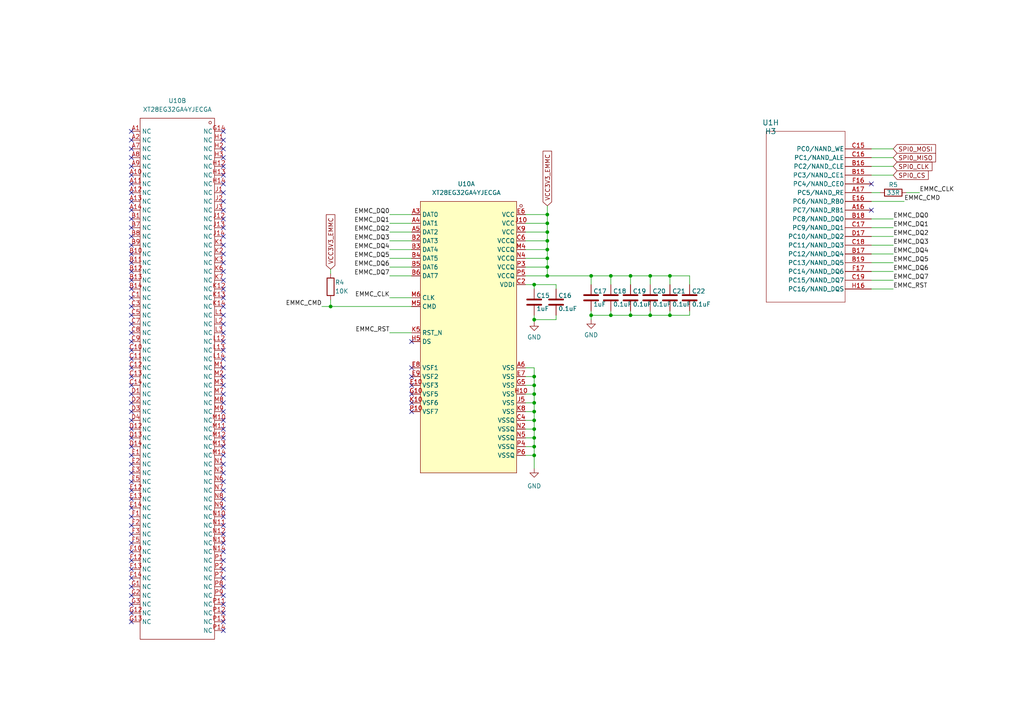
<source format=kicad_sch>
(kicad_sch (version 20250114) (generator "eeschema") (generator_version "9.0")
  (paper "A4")
  (junction (at 154.94 109.22))
  (junction (at 154.94 119.38))
  (junction (at 158.75 72.39))
  (junction (at 154.94 114.3))
  (junction (at 177.165 80.01))
  (junction (at 188.595 80.01))
  (junction (at 154.94 132.08))
  (junction (at 171.45 91.44))
  (junction (at 154.94 129.54))
  (junction (at 154.94 124.46))
  (junction (at 158.75 74.93))
  (junction (at 154.94 116.84))
  (junction (at 158.75 64.77))
  (junction (at 182.88 91.44))
  (junction (at 177.165 91.44))
  (junction (at 158.75 80.01))
  (junction (at 154.94 111.76))
  (junction (at 158.75 62.23))
  (junction (at 154.94 92.71))
  (junction (at 158.75 67.31))
  (junction (at 95.885 88.9))
  (junction (at 154.94 82.55))
  (junction (at 188.595 91.44))
  (junction (at 158.75 77.47))
  (junction (at 158.75 69.85))
  (junction (at 194.31 91.44))
  (junction (at 182.88 80.01))
  (junction (at 154.94 121.92))
  (junction (at 154.94 127))
  (junction (at 194.31 80.01))
  (junction (at 171.45 80.01))
  (no_connect (at 38.1 172.72))
  (no_connect (at 38.1 177.8))
  (no_connect (at 38.1 104.14))
  (no_connect (at 64.77 119.38))
  (no_connect (at 64.77 142.24))
  (no_connect (at 38.1 114.3))
  (no_connect (at 64.77 172.72))
  (no_connect (at 64.77 152.4))
  (no_connect (at 64.77 167.64))
  (no_connect (at 38.1 38.1))
  (no_connect (at 38.1 83.82))
  (no_connect (at 38.1 101.6))
  (no_connect (at 38.1 93.98))
  (no_connect (at 38.1 71.12))
  (no_connect (at 38.1 48.26))
  (no_connect (at 38.1 165.1))
  (no_connect (at 64.77 66.04))
  (no_connect (at 64.77 111.76))
  (no_connect (at 38.1 127))
  (no_connect (at 38.1 147.32))
  (no_connect (at 64.77 40.64))
  (no_connect (at 64.77 91.44))
  (no_connect (at 64.77 58.42))
  (no_connect (at 64.77 121.92))
  (no_connect (at 119.38 106.68))
  (no_connect (at 64.77 144.78))
  (no_connect (at 38.1 58.42))
  (no_connect (at 119.38 119.38))
  (no_connect (at 64.77 60.96))
  (no_connect (at 64.77 50.8))
  (no_connect (at 38.1 88.9))
  (no_connect (at 119.38 99.06))
  (no_connect (at 38.1 60.96))
  (no_connect (at 64.77 137.16))
  (no_connect (at 38.1 121.92))
  (no_connect (at 64.77 127))
  (no_connect (at 64.77 101.6))
  (no_connect (at 38.1 180.34))
  (no_connect (at 64.77 81.28))
  (no_connect (at 119.38 109.22))
  (no_connect (at 64.77 63.5))
  (no_connect (at 38.1 53.34))
  (no_connect (at 64.77 78.74))
  (no_connect (at 64.77 88.9))
  (no_connect (at 38.1 132.08))
  (no_connect (at 38.1 106.68))
  (no_connect (at 38.1 68.58))
  (no_connect (at 119.38 114.3))
  (no_connect (at 64.77 132.08))
  (no_connect (at 38.1 78.74))
  (no_connect (at 64.77 99.06))
  (no_connect (at 64.77 149.86))
  (no_connect (at 64.77 124.46))
  (no_connect (at 252.73 60.96))
  (no_connect (at 38.1 137.16))
  (no_connect (at 38.1 167.64))
  (no_connect (at 64.77 48.26))
  (no_connect (at 38.1 81.28))
  (no_connect (at 38.1 55.88))
  (no_connect (at 64.77 165.1))
  (no_connect (at 64.77 109.22))
  (no_connect (at 64.77 71.12))
  (no_connect (at 64.77 73.66))
  (no_connect (at 38.1 119.38))
  (no_connect (at 64.77 96.52))
  (no_connect (at 64.77 106.68))
  (no_connect (at 64.77 68.58))
  (no_connect (at 38.1 109.22))
  (no_connect (at 38.1 116.84))
  (no_connect (at 38.1 96.52))
  (no_connect (at 38.1 45.72))
  (no_connect (at 64.77 170.18))
  (no_connect (at 64.77 182.88))
  (no_connect (at 38.1 157.48))
  (no_connect (at 64.77 38.1))
  (no_connect (at 64.77 129.54))
  (no_connect (at 64.77 86.36))
  (no_connect (at 64.77 175.26))
  (no_connect (at 64.77 177.8))
  (no_connect (at 64.77 157.48))
  (no_connect (at 38.1 129.54))
  (no_connect (at 38.1 134.62))
  (no_connect (at 38.1 76.2))
  (no_connect (at 38.1 99.06))
  (no_connect (at 38.1 149.86))
  (no_connect (at 64.77 154.94))
  (no_connect (at 64.77 55.88))
  (no_connect (at 38.1 139.7))
  (no_connect (at 38.1 142.24))
  (no_connect (at 64.77 147.32))
  (no_connect (at 38.1 66.04))
  (no_connect (at 38.1 170.18))
  (no_connect (at 38.1 63.5))
  (no_connect (at 38.1 111.76))
  (no_connect (at 38.1 162.56))
  (no_connect (at 64.77 83.82))
  (no_connect (at 64.77 53.34))
  (no_connect (at 119.38 116.84))
  (no_connect (at 38.1 50.8))
  (no_connect (at 64.77 104.14))
  (no_connect (at 64.77 114.3))
  (no_connect (at 64.77 116.84))
  (no_connect (at 38.1 154.94))
  (no_connect (at 38.1 91.44))
  (no_connect (at 64.77 43.18))
  (no_connect (at 38.1 86.36))
  (no_connect (at 38.1 160.02))
  (no_connect (at 64.77 93.98))
  (no_connect (at 38.1 73.66))
  (no_connect (at 38.1 124.46))
  (no_connect (at 252.73 53.34))
  (no_connect (at 119.38 111.76))
  (no_connect (at 64.77 139.7))
  (no_connect (at 64.77 45.72))
  (no_connect (at 64.77 134.62))
  (no_connect (at 38.1 152.4))
  (no_connect (at 38.1 40.64))
  (no_connect (at 38.1 43.18))
  (no_connect (at 38.1 144.78))
  (no_connect (at 38.1 175.26))
  (no_connect (at 64.77 162.56))
  (no_connect (at 64.77 180.34))
  (no_connect (at 64.77 160.02))
  (no_connect (at 64.77 76.2))
  (wire (pts (xy 152.4 127) (xy 154.94 127)))
  (wire (pts (xy 154.94 127) (xy 154.94 129.54)))
  (wire (pts (xy 262.89 55.88) (xy 266.7 55.88)))
  (wire (pts (xy 177.165 80.01) (xy 182.88 80.01)))
  (wire (pts (xy 194.31 90.17) (xy 194.31 91.44)))
  (wire (pts (xy 171.45 90.17) (xy 171.45 91.44)))
  (wire (pts (xy 259.08 45.72) (xy 252.73 45.72)))
  (wire (pts (xy 152.4 80.01) (xy 158.75 80.01)))
  (wire (pts (xy 252.73 73.66) (xy 259.08 73.66)))
  (wire (pts (xy 252.73 78.74) (xy 259.08 78.74)))
  (wire (pts (xy 158.75 67.31) (xy 158.75 69.85)))
  (wire (pts (xy 182.88 80.01) (xy 188.595 80.01)))
  (wire (pts (xy 252.73 63.5) (xy 259.08 63.5)))
  (wire (pts (xy 158.75 62.23) (xy 158.75 64.77)))
  (wire (pts (xy 152.4 111.76) (xy 154.94 111.76)))
  (wire (pts (xy 154.94 82.55) (xy 154.94 83.82)))
  (wire (pts (xy 252.73 68.58) (xy 259.08 68.58)))
  (wire (pts (xy 152.4 77.47) (xy 158.75 77.47)))
  (wire (pts (xy 113.03 86.36) (xy 119.38 86.36)))
  (wire (pts (xy 259.08 48.26) (xy 252.73 48.26)))
  (wire (pts (xy 95.885 88.9) (xy 119.38 88.9)))
  (wire (pts (xy 252.73 81.28) (xy 259.08 81.28)))
  (wire (pts (xy 194.31 80.01) (xy 200.025 80.01)))
  (wire (pts (xy 119.38 62.23) (xy 113.03 62.23)))
  (wire (pts (xy 154.94 111.76) (xy 154.94 109.22)))
  (wire (pts (xy 154.94 132.08) (xy 154.94 135.89)))
  (wire (pts (xy 119.38 74.93) (xy 113.03 74.93)))
  (wire (pts (xy 119.38 77.47) (xy 113.03 77.47)))
  (wire (pts (xy 152.4 67.31) (xy 158.75 67.31)))
  (wire (pts (xy 158.75 80.01) (xy 171.45 80.01)))
  (wire (pts (xy 182.88 82.55) (xy 182.88 80.01)))
  (wire (pts (xy 252.73 66.04) (xy 259.08 66.04)))
  (wire (pts (xy 259.08 50.8) (xy 252.73 50.8)))
  (wire (pts (xy 154.94 109.22) (xy 154.94 106.68)))
  (wire (pts (xy 158.75 72.39) (xy 158.75 74.93)))
  (wire (pts (xy 161.29 92.71) (xy 154.94 92.71)))
  (wire (pts (xy 158.75 77.47) (xy 158.75 80.01)))
  (wire (pts (xy 188.595 82.55) (xy 188.595 80.01)))
  (wire (pts (xy 158.75 59.69) (xy 158.75 62.23)))
  (wire (pts (xy 154.94 124.46) (xy 154.94 121.92)))
  (wire (pts (xy 171.45 91.44) (xy 171.45 92.71)))
  (wire (pts (xy 194.31 80.01) (xy 194.31 82.55)))
  (wire (pts (xy 152.4 82.55) (xy 154.94 82.55)))
  (wire (pts (xy 252.73 58.42) (xy 262.255 58.42)))
  (wire (pts (xy 152.4 124.46) (xy 154.94 124.46)))
  (wire (pts (xy 154.94 82.55) (xy 161.29 82.55)))
  (wire (pts (xy 152.4 129.54) (xy 154.94 129.54)))
  (wire (pts (xy 152.4 121.92) (xy 154.94 121.92)))
  (wire (pts (xy 259.08 43.18) (xy 252.73 43.18)))
  (wire (pts (xy 158.75 69.85) (xy 158.75 72.39)))
  (wire (pts (xy 182.88 90.17) (xy 182.88 91.44)))
  (wire (pts (xy 188.595 91.44) (xy 182.88 91.44)))
  (wire (pts (xy 161.29 91.44) (xy 161.29 92.71)))
  (wire (pts (xy 152.4 74.93) (xy 158.75 74.93)))
  (wire (pts (xy 182.88 91.44) (xy 177.165 91.44)))
  (wire (pts (xy 152.4 72.39) (xy 158.75 72.39)))
  (wire (pts (xy 171.45 80.01) (xy 177.165 80.01)))
  (wire (pts (xy 154.94 116.84) (xy 154.94 114.3)))
  (wire (pts (xy 154.94 106.68) (xy 152.4 106.68)))
  (wire (pts (xy 119.38 80.01) (xy 113.03 80.01)))
  (wire (pts (xy 177.165 80.01) (xy 177.165 82.55)))
  (wire (pts (xy 252.73 55.88) (xy 255.27 55.88)))
  (wire (pts (xy 158.75 64.77) (xy 158.75 67.31)))
  (wire (pts (xy 154.94 124.46) (xy 154.94 127)))
  (wire (pts (xy 177.165 91.44) (xy 171.45 91.44)))
  (wire (pts (xy 119.38 69.85) (xy 113.03 69.85)))
  (wire (pts (xy 154.94 114.3) (xy 154.94 111.76)))
  (wire (pts (xy 188.595 90.17) (xy 188.595 91.44)))
  (wire (pts (xy 119.38 67.31) (xy 113.03 67.31)))
  (wire (pts (xy 154.94 91.44) (xy 154.94 92.71)))
  (wire (pts (xy 200.025 91.44) (xy 194.31 91.44)))
  (wire (pts (xy 113.03 96.52) (xy 119.38 96.52)))
  (wire (pts (xy 188.595 80.01) (xy 194.31 80.01)))
  (wire (pts (xy 200.025 80.01) (xy 200.025 82.55)))
  (wire (pts (xy 152.4 64.77) (xy 158.75 64.77)))
  (wire (pts (xy 154.94 129.54) (xy 154.94 132.08)))
  (wire (pts (xy 252.73 71.12) (xy 259.08 71.12)))
  (wire (pts (xy 154.94 119.38) (xy 154.94 116.84)))
  (wire (pts (xy 95.885 78.105) (xy 95.885 79.375)))
  (wire (pts (xy 171.45 80.01) (xy 171.45 82.55)))
  (wire (pts (xy 152.4 114.3) (xy 154.94 114.3)))
  (wire (pts (xy 161.29 82.55) (xy 161.29 83.82)))
  (wire (pts (xy 177.165 90.17) (xy 177.165 91.44)))
  (wire (pts (xy 194.31 91.44) (xy 188.595 91.44)))
  (wire (pts (xy 152.4 62.23) (xy 158.75 62.23)))
  (wire (pts (xy 252.73 76.2) (xy 259.08 76.2)))
  (wire (pts (xy 154.94 92.71) (xy 154.94 93.345)))
  (wire (pts (xy 152.4 109.22) (xy 154.94 109.22)))
  (wire (pts (xy 154.94 121.92) (xy 154.94 119.38)))
  (wire (pts (xy 152.4 116.84) (xy 154.94 116.84)))
  (wire (pts (xy 200.025 90.17) (xy 200.025 91.44)))
  (wire (pts (xy 152.4 132.08) (xy 154.94 132.08)))
  (wire (pts (xy 152.4 119.38) (xy 154.94 119.38)))
  (wire (pts (xy 259.08 83.82) (xy 252.73 83.82)))
  (wire (pts (xy 119.38 64.77) (xy 113.03 64.77)))
  (wire (pts (xy 158.75 74.93) (xy 158.75 77.47)))
  (wire (pts (xy 95.885 86.995) (xy 95.885 88.9)))
  (wire (pts (xy 93.345 88.9) (xy 95.885 88.9)))
  (wire (pts (xy 152.4 69.85) (xy 158.75 69.85)))
  (wire (pts (xy 119.38 72.39) (xy 113.03 72.39)))
  (label "EMMC_DQ4" (at 259.08 73.66 0))
  (label "EMMC_CLK" (at 113.03 86.36 180))
  (label "EMMC_DQ3" (at 259.08 71.12 0))
  (label "EMMC_DQ5" (at 259.08 76.2 0))
  (label "EMMC_DQ2" (at 113.03 67.31 180))
  (label "EMMC_RST" (at 113.03 96.52 180))
  (label "EMMC_DQ0" (at 113.03 62.23 180))
  (label "EMMC_DQ2" (at 259.08 68.58 0))
  (label "EMMC_RST" (at 259.08 83.82 0))
  (label "EMMC_DQ6" (at 259.08 78.74 0))
  (label "EMMC_DQ3" (at 113.03 69.85 180))
  (label "EMMC_CMD" (at 93.345 88.9 180))
  (label "EMMC_DQ5" (at 113.03 74.93 180))
  (label "EMMC_DQ7" (at 113.03 80.01 180))
  (label "EMMC_DQ6" (at 113.03 77.47 180))
  (label "EMMC_CMD" (at 262.255 58.42 0))
  (label "EMMC_DQ0" (at 259.08 63.5 0))
  (label "EMMC_DQ4" (at 113.03 72.39 180))
  (label "EMMC_DQ1" (at 113.03 64.77 180))
  (label "EMMC_DQ1" (at 259.08 66.04 0))
  (label "EMMC_DQ7" (at 259.08 81.28 0))
  (label "EMMC_CLK" (at 266.7 55.88 0))
  (global_label "SPI0_MISO" (shape input) (at 259.08 45.72 0) (property "Intersheetrefs" "${INTERSHEET_REFS}" (effects (hide yes))))
  (global_label "SPI0_CLK" (shape input) (at 259.08 48.26 0) (property "Intersheetrefs" "${INTERSHEET_REFS}" (effects (hide yes))))
  (global_label "SPI0_MOSI" (shape input) (at 259.08 43.18 0) (property "Intersheetrefs" "${INTERSHEET_REFS}" (effects (hide yes))))
  (global_label "SPI0_CS" (shape input) (at 259.08 50.8 0) (property "Intersheetrefs" "${INTERSHEET_REFS}" (effects (hide yes))))
  (global_label "VCC3V3_EMMC" (shape input) (at 95.885 78.105 90) (property "Intersheetrefs" "${INTERSHEET_REFS}" (effects (hide yes))))
  (global_label "VCC3V3_EMMC" (shape input) (at 158.75 59.69 90) (property "Intersheetrefs" "${INTERSHEET_REFS}" (effects (hide yes))))
  (symbol (lib_id "Device:C") (at 154.94 87.63 0) (unit 1)
    (property "Reference" "C15" (at 155.575 85.725 0) (effects (justify left)))
    (property "Value" "1uF" (at 155.575 89.535 0) (effects (justify left)))
  )
  (symbol (lib_id "Device:C") (at 194.31 86.36 0) (unit 1)
    (property "Reference" "C21" (at 194.945 84.455 0) (effects (justify left)))
    (property "Value" "0.1uF" (at 194.945 88.265 0) (effects (justify left)))
  )
  (symbol (lib_id "Device:C") (at 200.025 86.36 0) (unit 1)
    (property "Reference" "C22" (at 200.66 84.455 0) (effects (justify left)))
    (property "Value" "0.1uF" (at 200.66 88.265 0) (effects (justify left)))
  )
  (symbol (lib_id "Device:R") (at 95.885 83.185 0) (mirror y) (unit 1)
    (property "Reference" "R4" (at 97.155 81.915 0) (effects (justify right)))
    (property "Value" "10K" (at 97.155 84.455 0) (effects (justify right)))
  )
  (symbol (lib_id "Device:C") (at 161.29 87.63 0) (unit 1)
    (property "Reference" "C16" (at 161.925 85.725 0) (effects (justify left)))
    (property "Value" "0.1uF" (at 161.925 89.535 0) (effects (justify left)))
  )
  (symbol (lib_id "power:GND") (at 171.45 92.71 0) (unit 1)
    (property "Reference" "#PWR018" (effects (hide yes)))
    (property "Value" "GND" (at 171.45 97.155 0))
  )
  (symbol (lib_id "power:GND") (at 154.94 135.89 0) (unit 1)
    (property "Reference" "#PWR017" (effects (hide yes)))
    (property "Value" "GND" (at 154.94 140.97 0))
  )
  (symbol (lib_id "Device:C") (at 188.595 86.36 0) (unit 1)
    (property "Reference" "C20" (at 189.23 84.455 0) (effects (justify left)))
    (property "Value" "0.1uF" (at 189.23 88.265 0) (effects (justify left)))
  )
  (symbol (lib_id "easyeda2kicad:XT28EG32GA4YJECGA") (at 52.07 57.15 0) (unit 2)
    (property "Reference" "U10" (at 51.435 29.21 0))
    (property "Value" "XT28EG32GA4YJECGA" (at 51.435 31.75 0))
    (property "Footprint" "easyeda2kicad:VFBGA-153_L13.0-W11.5-P0.50-BL_SKYHIGHMEMORY_S40FC004C1B1I00000" (effects (hide yes)))
    (property "LCSC Part" "C29781620" (effects (hide yes)))
  )
  (symbol (lib_id "Device:C") (at 171.45 86.36 0) (unit 1)
    (property "Reference" "C17" (at 172.085 84.455 0) (effects (justify left)))
    (property "Value" "1uF" (at 172.085 88.265 0) (effects (justify left)))
  )
  (symbol (lib_id "power:GND") (at 154.94 93.345 0) (unit 1)
    (property "Reference" "#PWR016" (effects (hide yes)))
    (property "Value" "GND" (at 154.94 97.79 0))
  )
  (symbol (lib_id "2024-11-20_05-40-34:H3") (at 200.66 45.72 0) (unit 8)
    (property "Reference" "U1" (at 223.52 35.56 0) (effects (font (size 1.524 1.524))))
    (property "Value" "H3" (at 223.52 38.1 0) (effects (font (size 1.524 1.524))))
    (property "Footprint" "BGA347_H3_AWT" (effects (hide yes)))
    (property "Datasheet" "https://dl.linux-sunxi.org/H3/Allwinner_H3_Datasheet_V1.0.pdf" (effects (hide yes)))
  )
  (symbol (lib_id "Device:C") (at 182.88 86.36 0) (unit 1)
    (property "Reference" "C19" (at 183.515 84.455 0) (effects (justify left)))
    (property "Value" "0.1uF" (at 183.515 88.265 0) (effects (justify left)))
  )
  (symbol (lib_id "Device:C") (at 177.165 86.36 0) (unit 1)
    (property "Reference" "C18" (at 177.8 84.455 0) (effects (justify left)))
    (property "Value" "0.1uF" (at 177.8 88.265 0) (effects (justify left)))
  )
  (symbol (lib_name "XT28EG32GA4YJECGA_1") (lib_id "easyeda2kicad:XT28EG32GA4YJECGA") (at 135.89 81.28 0) (unit 1)
    (property "Reference" "U10" (at 135.255 53.34 0))
    (property "Value" "XT28EG32GA4YJECGA" (at 135.255 55.88 0))
    (property "Footprint" "easyeda2kicad:VFBGA-153_L13.0-W11.5-P0.50-BL_SKYHIGHMEMORY_S40FC004C1B1I00000" (effects (hide yes)))
    (property "LCSC Part" "C29781620" (effects (hide yes)))
  )
  (symbol (lib_id "Device:R") (at 259.08 55.88 90) (unit 1)
    (property "Reference" "R5" (at 259.08 53.594 90))
    (property "Value" "33R" (at 259.08 55.88 90))
  )
)
</source>
